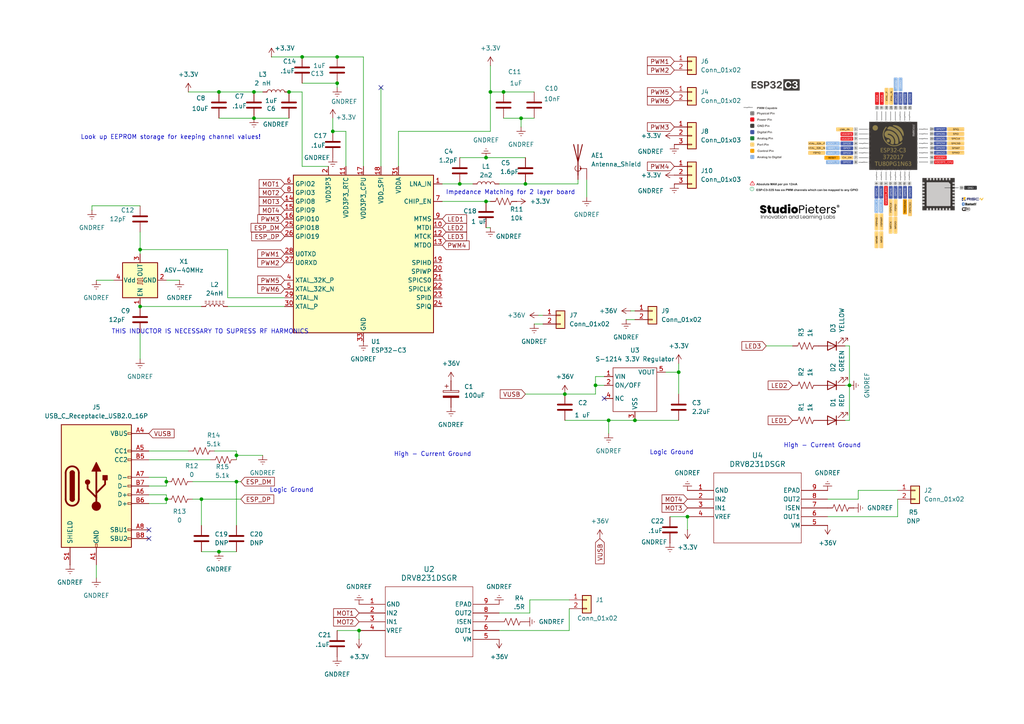
<source format=kicad_sch>
(kicad_sch (version 20250114) (generator "eeschema") (generator_version "9.0")
  (paper "A4")
  (lib_symbols
    (symbol "Connector:USB_C_Receptacle_USB2.0_16P" (pin_names (offset 1.016))
      (property "Reference" "J" (at 0 22.225 0))
      (property "Value" "USB_C_Receptacle_USB2.0_16P" (at 0 19.685 0))
      (symbol "USB_C_Receptacle_USB2.0_16P_1_1"
        (pin passive line (at -7.62 -22.86 90) (length 5.08) (name "SHIELD") (number "S1"))
        (pin passive line (at 0 -22.86 90) (length 5.08) (name "GND") (number "A1"))
        (pin passive line (at 0 -22.86 90) (length 5.08) (hide yes) (name "GND") (number "A12"))
        (pin passive line (at 0 -22.86 90) (length 5.08) (hide yes) (name "GND") (number "B1"))
        (pin passive line (at 0 -22.86 90) (length 5.08) (hide yes) (name "GND") (number "B12"))
        (pin passive line (at 15.24 15.24 180) (length 5.08) (name "VBUS") (number "A4"))
        (pin passive line (at 15.24 15.24 180) (length 5.08) (hide yes) (name "VBUS") (number "A9"))
        (pin passive line (at 15.24 15.24 180) (length 5.08) (hide yes) (name "VBUS") (number "B4"))
        (pin passive line (at 15.24 15.24 180) (length 5.08) (hide yes) (name "VBUS") (number "B9"))
        (pin bidirectional line (at 15.24 10.16 180) (length 5.08) (name "CC1") (number "A5"))
        (pin bidirectional line (at 15.24 7.62 180) (length 5.08) (name "CC2") (number "B5"))
        (pin bidirectional line (at 15.24 2.54 180) (length 5.08) (name "D-") (number "A7"))
        (pin bidirectional line (at 15.24 0 180) (length 5.08) (name "D-") (number "B7"))
        (pin bidirectional line (at 15.24 -2.54 180) (length 5.08) (name "D+") (number "A6"))
        (pin bidirectional line (at 15.24 -5.08 180) (length 5.08) (name "D+") (number "B6"))
        (pin bidirectional line (at 15.24 -12.7 180) (length 5.08) (name "SBU1") (number "A8"))
        (pin bidirectional line (at 15.24 -15.24 180) (length 5.08) (name "SBU2") (number "B8"))
      )
    )
    (symbol "Connector_Generic:Conn_01x02" (pin_names (offset 1.016) (hide yes))
      (property "Reference" "J" (at 0 2.54 0))
      (property "Value" "Conn_01x02" (at 0 -5.08 0))
      (symbol "Conn_01x02_1_1"
        (pin passive line (at -5.08 0 0) (length 3.81) (name "Pin_1") (number "1"))
        (pin passive line (at -5.08 -2.54 0) (length 3.81) (name "Pin_2") (number "2"))
      )
    )
    (symbol "Connector_Generic:Conn_01x03" (pin_names (offset 1.016) (hide yes))
      (property "Reference" "J" (at 0 5.08 0))
      (property "Value" "Conn_01x03" (at 0 -5.08 0))
      (symbol "Conn_01x03_1_1"
        (pin passive line (at -5.08 2.54 0) (length 3.81) (name "Pin_1") (number "1"))
        (pin passive line (at -5.08 0 0) (length 3.81) (name "Pin_2") (number "2"))
        (pin passive line (at -5.08 -2.54 0) (length 3.81) (name "Pin_3") (number "3"))
      )
    )
    (symbol "Device:Antenna_Shield" (pin_numbers (hide yes)) (pin_names (offset 1.016) (hide yes))
      (property "Reference" "AE" (at -1.905 4.445 0))
      (property "Value" "Antenna_Shield" (at -1.905 2.54 0))
      (symbol "Antenna_Shield_1_1"
        (pin input line (at 0 -5.08 90) (length 2.54) (name "A") (number "1"))
        (pin input line (at 2.54 -5.08 90) (length 2.54) (name "Shield") (number "2"))
      )
    )
    (symbol "Device:C" (pin_numbers (hide yes)) (pin_names (offset 0.254))
      (property "Reference" "C" (at 0.635 2.54 0))
      (property "Value" "C" (at 0.635 -2.54 0))
      (symbol "C_1_1"
        (pin passive line (at 0 3.81 270) (length 2.794) (name "~") (number "1"))
        (pin passive line (at 0 -3.81 90) (length 2.794) (name "~") (number "2"))
      )
    )
    (symbol "Device:C_Polarized" (pin_numbers (hide yes)) (pin_names (offset 0.254))
      (property "Reference" "C" (at 0.635 2.54 0))
      (property "Value" "C_Polarized" (at 0.635 -2.54 0))
      (symbol "C_Polarized_1_1"
        (pin passive line (at 0 3.81 270) (length 2.794) (name "~") (number "1"))
        (pin passive line (at 0 -3.81 90) (length 2.794) (name "~") (number "2"))
      )
    )
    (symbol "Device:L" (pin_numbers (hide yes)) (pin_names (offset 1.016) (hide yes))
      (property "Reference" "L" (at -1.27 0 90))
      (property "Value" "L" (at 1.905 0 90))
      (symbol "L_1_1"
        (pin passive line (at 0 3.81 270) (length 1.27) (name "1") (number "1"))
        (pin passive line (at 0 -3.81 90) (length 1.27) (name "2") (number "2"))
      )
    )
    (symbol "Device:LED" (pin_numbers (hide yes)) (pin_names (offset 1.016) (hide yes))
      (property "Reference" "D" (at 0 2.54 0))
      (property "Value" "LED" (at 0 -2.54 0))
      (symbol "LED_1_1"
        (pin passive line (at -3.81 0 0) (length 2.54) (name "K") (number "1"))
        (pin passive line (at 3.81 0 180) (length 2.54) (name "A") (number "2"))
      )
    )
    (symbol "Device:L_Ferrite" (pin_numbers (hide yes)) (pin_names (offset 1.016) (hide yes))
      (property "Reference" "L" (at -1.27 0 90))
      (property "Value" "L_Ferrite" (at 2.794 0 90))
      (symbol "L_Ferrite_1_1"
        (pin passive line (at 0 3.81 270) (length 1.27) (name "1") (number "1"))
        (pin passive line (at 0 -3.81 90) (length 1.27) (name "2") (number "2"))
      )
    )
    (symbol "Device:R_US" (pin_numbers (hide yes)) (pin_names (offset 0))
      (property "Reference" "R" (at 2.54 0 90))
      (property "Value" "R_US" (at -2.54 0 90))
      (symbol "R_US_1_1"
        (pin passive line (at 0 3.81 270) (length 1.27) (name "~") (number "1"))
        (pin passive line (at 0 -3.81 90) (length 1.27) (name "~") (number "2"))
      )
    )
    (symbol "MCU_Espressif:ESP32-C3"
      (property "Reference" "U" (at -17.272 23.876 0))
      (property "Value" "ESP32-C3" (at 16.256 23.876 0))
      (symbol "ESP32-C3_1_1"
        (pin bidirectional line (at -22.86 20.32 0) (length 2.54) (name "GPIO2") (number "6"))
        (pin bidirectional line (at -22.86 17.78 0) (length 2.54) (name "GPIO3") (number "8"))
        (pin bidirectional line (at -22.86 15.24 0) (length 2.54) (name "GPIO8") (number "14"))
        (pin bidirectional line (at -22.86 12.7 0) (length 2.54) (name "GPIO9") (number "15"))
        (pin bidirectional line (at -22.86 10.16 0) (length 2.54) (name "GPIO10") (number "16"))
        (pin bidirectional line (at -22.86 7.62 0) (length 2.54) (name "GPIO18") (number "25"))
        (pin bidirectional line (at -22.86 5.08 0) (length 2.54) (name "GPIO19") (number "26"))
        (pin bidirectional line (at -22.86 0 0) (length 2.54) (name "U0TXD") (number "28"))
        (pin bidirectional line (at -22.86 -2.54 0) (length 2.54) (name "U0RXD") (number "27"))
        (pin bidirectional line (at -22.86 -7.62 0) (length 2.54) (name "XTAL_32K_P") (number "4"))
        (pin bidirectional line (at -22.86 -10.16 0) (length 2.54) (name "XTAL_32K_N") (number "5"))
        (pin bidirectional line (at -22.86 -12.7 0) (length 2.54) (name "XTAL_N") (number "29"))
        (pin bidirectional line (at -22.86 -15.24 0) (length 2.54) (name "XTAL_P") (number "30"))
        (pin power_in line (at -10.16 25.4 270) (length 2.54) (name "VDD3P3") (number "2"))
        (pin passive line (at -10.16 25.4 270) (length 2.54) (hide yes) (name "VDD3P3") (number "3"))
        (pin power_in line (at -5.08 25.4 270) (length 2.54) (name "VDD3P3_RTC") (number "11"))
        (pin power_in line (at 0 25.4 270) (length 2.54) (name "VDD3P3_CPU") (number "17"))
        (pin power_in line (at 0 -25.4 90) (length 2.54) (name "GND") (number "33"))
        (pin power_out line (at 5.08 25.4 270) (length 2.54) (name "VDD_SPI") (number "18"))
        (pin power_in line (at 10.16 25.4 270) (length 2.54) (name "VDDA") (number "31"))
        (pin passive line (at 10.16 25.4 270) (length 2.54) (hide yes) (name "VDDA") (number "32"))
        (pin bidirectional line (at 22.86 20.32 180) (length 2.54) (name "LNA_IN") (number "1"))
        (pin bidirectional line (at 22.86 15.24 180) (length 2.54) (name "CHIP_EN") (number "7"))
        (pin bidirectional line (at 22.86 10.16 180) (length 2.54) (name "MTMS") (number "9"))
        (pin bidirectional line (at 22.86 7.62 180) (length 2.54) (name "MTDI") (number "10"))
        (pin bidirectional line (at 22.86 5.08 180) (length 2.54) (name "MTCK") (number "12"))
        (pin bidirectional line (at 22.86 2.54 180) (length 2.54) (name "MTDO") (number "13"))
        (pin bidirectional line (at 22.86 -2.54 180) (length 2.54) (name "SPIHD") (number "19"))
        (pin bidirectional line (at 22.86 -5.08 180) (length 2.54) (name "SPIWP") (number "20"))
        (pin bidirectional line (at 22.86 -7.62 180) (length 2.54) (name "SPICS0") (number "21"))
        (pin bidirectional line (at 22.86 -10.16 180) (length 2.54) (name "SPICLK") (number "22"))
        (pin bidirectional line (at 22.86 -12.7 180) (length 2.54) (name "SPID") (number "23"))
        (pin bidirectional line (at 22.86 -15.24 180) (length 2.54) (name "SPIQ") (number "24"))
      )
    )
    (symbol "Oscillator:ASV-xxxMHz" (pin_names (offset 0.254))
      (property "Reference" "X" (at -5.08 6.35 0))
      (property "Value" "ASV-xxxMHz" (at 1.27 -6.35 0))
      (symbol "ASV-xxxMHz_1_1"
        (pin input line (at -7.62 0 0) (length 2.54) (name "EN") (number "1"))
        (pin power_in line (at 0 7.62 270) (length 2.54) (name "Vdd") (number "4"))
        (pin power_in line (at 0 -7.62 90) (length 2.54) (name "GND") (number "2"))
        (pin output line (at 7.62 0 180) (length 2.54) (name "OUT") (number "3"))
      )
    )
    (symbol "_Imports:S-1214B33H-V5T2U7"
      (property "Reference" "U" (at 0 0 0))
      (property "Value" "S-1214 3.3V Regulator" (at 0 0 0))
      (symbol "S-1214B33H-V5T2U7_1_1"
        (pin input line (at -8.89 -3.81 0) (length 2.54) (name "VIN") (number "1"))
        (pin input line (at -8.89 -6.35 0) (length 2.54) (name "ON/OFF") (number "2"))
        (pin input line (at -8.89 -10.16 0) (length 2.54) (name "NC") (number "4"))
        (pin input line (at 0 -16.51 90) (length 2.54) (name "VSS") (number "3"))
        (pin input line (at 8.89 -2.54 180) (length 2.54) (name "VOUT") (number "5"))
      )
    )
    (symbol "__TI_Motor_Drivers:DRV8231DSGR" (pin_names (offset 0.254))
      (property "Reference" "U" (at 20.32 10.16 0))
      (property "Value" "DRV8231DSGR" (at 20.32 7.62 0))
      (symbol "DRV8231DSGR_0_1"
        (pin power_out line (at 0 0 0) (length 7.62) (name "GND") (number "1"))
        (pin input line (at 0 -2.54 0) (length 7.62) (name "IN2") (number "2"))
        (pin input line (at 0 -5.08 0) (length 7.62) (name "IN1") (number "3"))
        (pin power_in line (at 0 -7.62 0) (length 7.62) (name "VREF") (number "4"))
        (pin power_out line (at 40.64 0 180) (length 7.62) (name "EPAD") (number "9"))
        (pin output line (at 40.64 -2.54 180) (length 7.62) (name "OUT2") (number "8"))
        (pin power_in line (at 40.64 -5.08 180) (length 7.62) (name "ISEN") (number "7"))
        (pin output line (at 40.64 -7.62 180) (length 7.62) (name "OUT1") (number "6"))
        (pin power_in line (at 40.64 -10.16 180) (length 7.62) (name "VM") (number "5"))
      )
    )
    (symbol "power:+3.3V" (power) (pin_numbers (hide yes)) (pin_names (offset 0) (hide yes))
      (property "Value" "+3.3V" (at 0 3.556 0))
      (symbol "+3.3V_1_1"
        (pin power_in line (at 0 0 90) (length 0) (name "~") (number "1"))
      )
    )
    (symbol "power:+36V" (power) (pin_numbers (hide yes)) (pin_names (offset 0) (hide yes))
      (property "Value" "+36V" (at 0 3.556 0))
      (symbol "+36V_1_1"
        (pin power_in line (at 0 0 90) (length 0) (name "~") (number "1"))
      )
    )
    (symbol "power:GNDREF" (power) (pin_numbers (hide yes)) (pin_names (offset 0) (hide yes))
      (property "Value" "GNDREF" (at 0 -3.81 0))
      (symbol "GNDREF_1_1"
        (pin power_in line (at 0 0 270) (length 0) (name "~") (number "1"))
      )
    )
  )
  (text "THIS INDUCTOR IS NECESSARY TO SUPRESS RF HARMONICS" (at 60.96 96.266 0) (effects (font (size 1.27 1.27))))
  (text "Logic Ground\n" (at 194.818 131.318 0) (effects (font (size 1.27 1.27))))
  (text "Logic Ground\n" (at 84.582 142.24 0) (effects (font (size 1.27 1.27))))
  (text "High - Current Ground" (at 125.476 131.826 0) (effects (font (size 1.27 1.27))))
  (text "Look up EEPROM storage for keeping channel values!" (at 49.53 39.878 0) (effects (font (size 1.27 1.27))))
  (text "High - Current Ground" (at 238.506 129.286 0) (effects (font (size 1.27 1.27))))
  (text "Impedance Matching for 2 layer board" (at 148.082 55.88 0) (effects (font (size 1.27 1.27))))
  (junction (at 40.64 88.9))
  (junction (at 83.82 26.67))
  (junction (at 40.64 72.39))
  (junction (at 196.85 107.95))
  (junction (at 48.26 139.7))
  (junction (at 199.39 149.86))
  (junction (at 104.14 182.88))
  (junction (at 140.97 58.42))
  (junction (at 97.79 16.51))
  (junction (at 63.5 26.67))
  (junction (at 133.35 53.34))
  (junction (at 176.53 121.92))
  (junction (at 152.4 53.34))
  (junction (at 97.79 24.13))
  (junction (at 96.52 38.1))
  (junction (at 142.24 26.67))
  (junction (at 87.63 16.51))
  (junction (at 163.83 114.3))
  (junction (at 73.66 34.29))
  (junction (at 140.97 45.72))
  (junction (at 184.15 121.92))
  (junction (at 68.58 139.7))
  (junction (at 246.38 111.76))
  (junction (at 48.26 144.78))
  (junction (at 151.13 34.29))
  (junction (at 63.5 160.02))
  (junction (at 58.42 144.78))
  (junction (at 172.72 111.76))
  (junction (at 68.58 132.08))
  (junction (at 146.05 26.67))
  (junction (at 73.66 26.67))
  (no_connect (at 43.18 153.67))
  (no_connect (at 43.18 156.21))
  (no_connect (at 175.26 115.57))
  (no_connect (at 110.49 25.4))
  (wire (pts (xy 260.35 149.86) (xy 240.03 149.86)))
  (wire (pts (xy 181.61 92.71) (xy 184.15 92.71)))
  (wire (pts (xy 151.13 34.29) (xy 154.94 34.29)))
  (wire (pts (xy 170.18 57.15) (xy 170.18 52.07)))
  (wire (pts (xy 133.35 53.34) (xy 137.16 53.34)))
  (wire (pts (xy 26.67 59.69) (xy 26.67 60.96)))
  (wire (pts (xy 48.26 139.7) (xy 48.26 140.97)))
  (wire (pts (xy 128.27 53.34) (xy 133.35 53.34)))
  (wire (pts (xy 193.04 107.95) (xy 196.85 107.95)))
  (wire (pts (xy 167.64 53.34) (xy 167.64 52.07)))
  (wire (pts (xy 27.94 81.28) (xy 33.02 81.28)))
  (wire (pts (xy 87.63 16.51) (xy 97.79 16.51)))
  (wire (pts (xy 146.05 26.67) (xy 154.94 26.67)))
  (wire (pts (xy 172.72 111.76) (xy 175.26 111.76)))
  (wire (pts (xy 68.58 139.7) (xy 69.85 139.7)))
  (wire (pts (xy 153.67 177.8) (xy 144.78 177.8)))
  (wire (pts (xy 248.92 144.78) (xy 240.03 144.78)))
  (wire (pts (xy 68.58 132.08) (xy 76.2 132.08)))
  (wire (pts (xy 156.21 91.44) (xy 157.48 91.44)))
  (wire (pts (xy 246.38 121.92) (xy 245.11 121.92)))
  (wire (pts (xy 78.74 16.51) (xy 87.63 16.51)))
  (wire (pts (xy 54.61 130.81) (xy 43.18 130.81)))
  (wire (pts (xy 153.67 173.99) (xy 153.67 177.8)))
  (wire (pts (xy 176.53 121.92) (xy 184.15 121.92)))
  (wire (pts (xy 96.52 38.1) (xy 100.33 38.1)))
  (wire (pts (xy 83.82 26.67) (xy 87.63 26.67)))
  (wire (pts (xy 55.88 139.7) (xy 68.58 139.7)))
  (wire (pts (xy 248.92 142.24) (xy 248.92 144.78)))
  (wire (pts (xy 176.53 125.73) (xy 176.53 121.92)))
  (wire (pts (xy 68.58 139.7) (xy 68.58 152.4)))
  (wire (pts (xy 140.97 58.42) (xy 142.24 58.42)))
  (wire (pts (xy 68.58 130.81) (xy 62.23 130.81)))
  (wire (pts (xy 246.38 121.92) (xy 246.38 111.76)))
  (wire (pts (xy 128.27 58.42) (xy 140.97 58.42)))
  (wire (pts (xy 196.85 107.95) (xy 196.85 114.3)))
  (wire (pts (xy 66.04 72.39) (xy 40.64 72.39)))
  (wire (pts (xy 66.04 86.36) (xy 66.04 72.39)))
  (wire (pts (xy 182.88 90.17) (xy 184.15 90.17)))
  (wire (pts (xy 68.58 132.08) (xy 68.58 130.81)))
  (wire (pts (xy 163.83 114.3) (xy 172.72 114.3)))
  (wire (pts (xy 105.41 48.26) (xy 105.41 16.51)))
  (wire (pts (xy 48.26 143.51) (xy 48.26 144.78)))
  (wire (pts (xy 55.88 144.78) (xy 58.42 144.78)))
  (wire (pts (xy 97.79 16.51) (xy 105.41 16.51)))
  (wire (pts (xy 97.79 182.88) (xy 104.14 182.88)))
  (wire (pts (xy 246.38 111.76) (xy 245.11 111.76)))
  (wire (pts (xy 194.31 149.86) (xy 199.39 149.86)))
  (wire (pts (xy 110.49 25.4) (xy 110.49 48.26)))
  (wire (pts (xy 60.96 133.35) (xy 43.18 133.35)))
  (wire (pts (xy 97.79 24.13) (xy 97.79 25.4)))
  (wire (pts (xy 172.72 109.22) (xy 175.26 109.22)))
  (wire (pts (xy 48.26 146.05) (xy 43.18 146.05)))
  (wire (pts (xy 40.64 104.14) (xy 40.64 96.52)))
  (wire (pts (xy 184.15 121.92) (xy 196.85 121.92)))
  (wire (pts (xy 144.78 53.34) (xy 152.4 53.34)))
  (wire (pts (xy 115.57 38.1) (xy 142.24 38.1)))
  (wire (pts (xy 152.4 53.34) (xy 167.64 53.34)))
  (wire (pts (xy 40.64 88.9) (xy 58.42 88.9)))
  (wire (pts (xy 58.42 160.02) (xy 63.5 160.02)))
  (wire (pts (xy 260.35 144.78) (xy 260.35 149.86)))
  (wire (pts (xy 246.38 111.76) (xy 246.38 100.33)))
  (wire (pts (xy 48.26 138.43) (xy 43.18 138.43)))
  (wire (pts (xy 140.97 45.72) (xy 152.4 45.72)))
  (wire (pts (xy 165.1 176.53) (xy 165.1 182.88)))
  (wire (pts (xy 48.26 144.78) (xy 48.26 146.05)))
  (wire (pts (xy 73.66 34.29) (xy 83.82 34.29)))
  (wire (pts (xy 87.63 24.13) (xy 97.79 24.13)))
  (wire (pts (xy 146.05 34.29) (xy 151.13 34.29)))
  (wire (pts (xy 58.42 144.78) (xy 58.42 152.4)))
  (wire (pts (xy 96.52 34.29) (xy 96.52 38.1)))
  (wire (pts (xy 260.35 142.24) (xy 248.92 142.24)))
  (wire (pts (xy 104.14 185.42) (xy 104.14 182.88)))
  (wire (pts (xy 163.83 121.92) (xy 176.53 121.92)))
  (wire (pts (xy 140.97 66.04) (xy 142.24 66.04)))
  (wire (pts (xy 133.35 45.72) (xy 140.97 45.72)))
  (wire (pts (xy 87.63 48.26) (xy 95.25 48.26)))
  (wire (pts (xy 52.07 81.28) (xy 48.26 81.28)))
  (wire (pts (xy 40.64 59.69) (xy 26.67 59.69)))
  (wire (pts (xy 152.4 114.3) (xy 163.83 114.3)))
  (wire (pts (xy 246.38 100.33) (xy 245.11 100.33)))
  (wire (pts (xy 222.25 100.33) (xy 229.87 100.33)))
  (wire (pts (xy 73.66 26.67) (xy 76.2 26.67)))
  (wire (pts (xy 63.5 34.29) (xy 73.66 34.29)))
  (wire (pts (xy 40.64 67.31) (xy 40.64 72.39)))
  (wire (pts (xy 165.1 182.88) (xy 144.78 182.88)))
  (wire (pts (xy 40.64 72.39) (xy 40.64 73.66)))
  (wire (pts (xy 172.72 114.3) (xy 172.72 111.76)))
  (wire (pts (xy 151.13 34.29) (xy 151.13 36.83)))
  (wire (pts (xy 142.24 26.67) (xy 146.05 26.67)))
  (wire (pts (xy 54.61 26.67) (xy 63.5 26.67)))
  (wire (pts (xy 82.55 86.36) (xy 66.04 86.36)))
  (wire (pts (xy 58.42 144.78) (xy 69.85 144.78)))
  (wire (pts (xy 199.39 153.67) (xy 199.39 149.86)))
  (wire (pts (xy 48.26 140.97) (xy 43.18 140.97)))
  (wire (pts (xy 154.94 93.98) (xy 157.48 93.98)))
  (wire (pts (xy 66.04 88.9) (xy 82.55 88.9)))
  (wire (pts (xy 63.5 26.67) (xy 73.66 26.67)))
  (wire (pts (xy 115.57 38.1) (xy 115.57 48.26)))
  (wire (pts (xy 27.94 167.64) (xy 27.94 163.83)))
  (wire (pts (xy 142.24 26.67) (xy 142.24 38.1)))
  (wire (pts (xy 100.33 48.26) (xy 100.33 38.1)))
  (wire (pts (xy 165.1 173.99) (xy 153.67 173.99)))
  (wire (pts (xy 48.26 138.43) (xy 48.26 139.7)))
  (wire (pts (xy 196.85 105.41) (xy 196.85 107.95)))
  (wire (pts (xy 68.58 133.35) (xy 68.58 132.08)))
  (wire (pts (xy 63.5 160.02) (xy 68.58 160.02)))
  (wire (pts (xy 172.72 111.76) (xy 172.72 109.22)))
  (wire (pts (xy 48.26 143.51) (xy 43.18 143.51)))
  (wire (pts (xy 87.63 26.67) (xy 87.63 48.26)))
  (wire (pts (xy 142.24 19.05) (xy 142.24 26.67)))
  (image (at 250.19 46.99))
  (global_label "MOT2" (shape input) (at 104.14 180.34 180) (property "Intersheetrefs" "${INTERSHEET_REFS}" (effects (hide yes))))
  (global_label "PWM3" (shape input) (at 195.58 36.83 180) (property "Intersheetrefs" "${INTERSHEET_REFS}" (effects (hide yes))))
  (global_label "ESP_DM" (shape input) (at 69.85 139.7 0) (property "Intersheetrefs" "${INTERSHEET_REFS}" (effects (hide yes))))
  (global_label "LED2" (shape input) (at 128.27 66.04 0) (property "Intersheetrefs" "${INTERSHEET_REFS}" (effects (hide yes))))
  (global_label "ESP_DP" (shape input) (at 69.85 144.78 0) (property "Intersheetrefs" "${INTERSHEET_REFS}" (effects (hide yes))))
  (global_label "LED3" (shape input) (at 128.27 68.58 0) (property "Intersheetrefs" "${INTERSHEET_REFS}" (effects (hide yes))))
  (global_label "PWM4" (shape input) (at 195.58 48.26 180) (property "Intersheetrefs" "${INTERSHEET_REFS}" (effects (hide yes))))
  (global_label "MOT4" (shape input) (at 199.39 144.78 180) (property "Intersheetrefs" "${INTERSHEET_REFS}" (effects (hide yes))))
  (global_label "VUSB" (shape input) (at 152.4 114.3 180) (property "Intersheetrefs" "${INTERSHEET_REFS}" (effects (hide yes))))
  (global_label "PWM2" (shape input) (at 195.58 20.32 180) (property "Intersheetrefs" "${INTERSHEET_REFS}" (effects (hide yes))))
  (global_label "PWM3" (shape input) (at 82.55 63.5 180) (property "Intersheetrefs" "${INTERSHEET_REFS}" (effects (hide yes))))
  (global_label "ESP_DP" (shape input) (at 82.55 68.58 180) (property "Intersheetrefs" "${INTERSHEET_REFS}" (effects (hide yes))))
  (global_label "LED1" (shape input) (at 128.27 63.5 0) (property "Intersheetrefs" "${INTERSHEET_REFS}" (effects (hide yes))))
  (global_label "PWM4" (shape input) (at 128.27 71.12 0) (property "Intersheetrefs" "${INTERSHEET_REFS}" (effects (hide yes))))
  (global_label "PWM5" (shape input) (at 82.55 81.28 180) (property "Intersheetrefs" "${INTERSHEET_REFS}" (effects (hide yes))))
  (global_label "ESP_DM" (shape input) (at 82.55 66.04 180) (property "Intersheetrefs" "${INTERSHEET_REFS}" (effects (hide yes))))
  (global_label "PWM1" (shape input) (at 195.58 17.78 180) (property "Intersheetrefs" "${INTERSHEET_REFS}" (effects (hide yes))))
  (global_label "VUSB" (shape input) (at 43.18 125.73 0) (property "Intersheetrefs" "${INTERSHEET_REFS}" (effects (hide yes))))
  (global_label "LED3" (shape input) (at 222.25 100.33 180) (property "Intersheetrefs" "${INTERSHEET_REFS}" (effects (hide yes))))
  (global_label "MOT3" (shape input) (at 199.39 147.32 180) (property "Intersheetrefs" "${INTERSHEET_REFS}" (effects (hide yes))))
  (global_label "LED1" (shape input) (at 229.87 121.92 180) (property "Intersheetrefs" "${INTERSHEET_REFS}" (effects (hide yes))))
  (global_label "MOT3" (shape input) (at 82.55 58.42 180) (property "Intersheetrefs" "${INTERSHEET_REFS}" (effects (hide yes))))
  (global_label "PWM2" (shape input) (at 82.55 76.2 180) (property "Intersheetrefs" "${INTERSHEET_REFS}" (effects (hide yes))))
  (global_label "PWM6" (shape input) (at 82.55 83.82 180) (property "Intersheetrefs" "${INTERSHEET_REFS}" (effects (hide yes))))
  (global_label "MOT4" (shape input) (at 82.55 60.96 180) (property "Intersheetrefs" "${INTERSHEET_REFS}" (effects (hide yes))))
  (global_label "PWM1" (shape input) (at 82.55 73.66 180) (property "Intersheetrefs" "${INTERSHEET_REFS}" (effects (hide yes))))
  (global_label "PWM6" (shape input) (at 195.58 29.21 180) (property "Intersheetrefs" "${INTERSHEET_REFS}" (effects (hide yes))))
  (global_label "MOT2" (shape input) (at 82.55 55.88 180) (property "Intersheetrefs" "${INTERSHEET_REFS}" (effects (hide yes))))
  (global_label "MOT1" (shape input) (at 82.55 53.34 180) (property "Intersheetrefs" "${INTERSHEET_REFS}" (effects (hide yes))))
  (global_label "MOT1" (shape input) (at 104.14 177.8 180) (property "Intersheetrefs" "${INTERSHEET_REFS}" (effects (hide yes))))
  (global_label "VUSB" (shape input) (at 173.99 156.21 270) (property "Intersheetrefs" "${INTERSHEET_REFS}" (effects (hide yes))))
  (global_label "LED2" (shape input) (at 229.87 111.76 180) (property "Intersheetrefs" "${INTERSHEET_REFS}" (effects (hide yes))))
  (global_label "PWM5" (shape input) (at 195.58 26.67 180) (property "Intersheetrefs" "${INTERSHEET_REFS}" (effects (hide yes))))
  (symbol (lib_id "Device:C") (at 63.5 30.48 0) (unit 1)
    (property "Reference" "C8" (at 56.896 28.448 0) (effects (justify left)))
    (property "Value" "10uF" (at 55.626 31.496 0) (effects (justify left)))
    (property "Footprint" "Capacitor_SMD:C_0402_1005Metric_Pad0.74x0.62mm_HandSolder" (effects (hide yes)))
    (property "Description" "Unpolarized capacitor" (effects (hide yes)))
  )
  (symbol (lib_id "Device:R_US") (at 146.05 58.42 90) (unit 1)
    (property "Reference" "R11" (at 149.86 60.706 90))
    (property "Value" "10k" (at 149.86 63.246 90))
    (property "Footprint" "Resistor_SMD:R_0402_1005Metric_Pad0.72x0.64mm_HandSolder" (effects (hide yes)))
    (property "Description" "Resistor, US symbol" (effects (hide yes)))
  )
  (symbol (lib_id "Device:C_Polarized") (at 130.81 114.3 0) (unit 1)
    (property "Reference" "C1" (at 134.62 112.1409 0) (effects (justify left)))
    (property "Value" "100uF" (at 134.62 114.6809 0) (effects (justify left)))
    (property "Footprint" "Capacitor_SMD:C_Elec_8x10.2" (effects (hide yes)))
    (property "Description" "Polarized capacitor" (effects (hide yes)))
  )
  (symbol (lib_id "power:GNDREF") (at 104.14 175.26 180) (unit 1)
    (property "Reference" "#PWR08" (effects (hide yes)))
    (property "Value" "GNDREF" (at 104.14 170.18 0))
    (property "Description" "Power symbol creates a global label with name \"GNDREF\" , reference supply ground" (effects (hide yes)))
  )
  (symbol (lib_id "Device:C") (at 154.94 30.48 0) (unit 1)
    (property "Reference" "C10" (at 157.988 25.654 0) (effects (justify left)))
    (property "Value" "10nF" (at 157.734 28.702 0) (effects (justify left)))
    (property "Footprint" "Capacitor_SMD:C_0402_1005Metric_Pad0.74x0.62mm_HandSolder" (effects (hide yes)))
    (property "Description" "Unpolarized capacitor" (effects (hide yes)))
  )
  (symbol (lib_id "power:GNDREF") (at 76.2 132.08 0) (unit 1)
    (property "Reference" "#PWR043" (effects (hide yes)))
    (property "Value" "GNDREF" (at 76.2 137.16 0))
    (property "Description" "Power symbol creates a global label with name \"GNDREF\" , reference supply ground" (effects (hide yes)))
  )
  (symbol (lib_id "power:GNDREF") (at 27.94 167.64 0) (unit 1)
    (property "Reference" "#PWR041" (effects (hide yes)))
    (property "Value" "GNDREF" (at 27.94 172.72 0))
    (property "Description" "Power symbol creates a global label with name \"GNDREF\" , reference supply ground" (effects (hide yes)))
  )
  (symbol (lib_id "Device:C") (at 152.4 49.53 0) (unit 1)
    (property "Reference" "C5" (at 145.288 47.244 0) (effects (justify left)))
    (property "Value" "1.6pF" (at 145.034 49.784 0) (effects (justify left)))
    (property "Footprint" "Capacitor_SMD:C_0402_1005Metric_Pad0.74x0.62mm_HandSolder" (effects (hide yes)))
    (property "Description" "Unpolarized capacitor" (effects (hide yes)))
  )
  (symbol (lib_id "Device:R_US") (at 64.77 133.35 90) (unit 1)
    (property "Reference" "R15" (at 64.516 135.382 90))
    (property "Value" "5.1k" (at 64.516 137.922 90))
    (property "Footprint" "Resistor_SMD:R_0402_1005Metric_Pad0.72x0.64mm_HandSolder" (effects (hide yes)))
    (property "Description" "Resistor, US symbol" (effects (hide yes)))
  )
  (symbol (lib_id "Device:R_US") (at 52.07 144.78 270) (unit 1)
    (property "Reference" "R13" (at 52.07 148.336 90))
    (property "Value" "0" (at 52.07 150.876 90))
    (property "Footprint" "Resistor_SMD:R_0402_1005Metric_Pad0.72x0.64mm_HandSolder" (effects (hide yes)))
    (property "Description" "Resistor, US symbol" (effects (hide yes)))
  )
  (symbol (lib_id "Device:C") (at 194.31 153.67 0) (unit 1)
    (property "Reference" "C22" (at 188.722 151.13 0) (effects (justify left)))
    (property "Value" ".1uF" (at 187.96 153.924 0) (effects (justify left)))
    (property "Footprint" "Capacitor_SMD:C_0402_1005Metric_Pad0.74x0.62mm_HandSolder" (effects (hide yes)))
    (property "Description" "Unpolarized capacitor" (effects (hide yes)))
  )
  (symbol (lib_id "Device:C") (at 73.66 30.48 0) (unit 1)
    (property "Reference" "C7" (at 68.072 27.94 0) (effects (justify left)))
    (property "Value" ".1uF" (at 67.31 30.734 0) (effects (justify left)))
    (property "Footprint" "Capacitor_SMD:C_0402_1005Metric_Pad0.74x0.62mm_HandSolder" (effects (hide yes)))
    (property "Description" "Unpolarized capacitor" (effects (hide yes)))
  )
  (symbol (lib_id "power:GNDREF") (at 152.4 180.34 90) (unit 1)
    (property "Reference" "#PWR09" (effects (hide yes)))
    (property "Value" "GNDREF" (at 156.21 180.3399 90) (effects (justify right)))
    (property "Description" "Power symbol creates a global label with name \"GNDREF\" , reference supply ground" (effects (hide yes)))
  )
  (symbol (lib_id "Connector_Generic:Conn_01x02") (at 200.66 17.78 0) (unit 1)
    (property "Reference" "J6" (at 203.2 17.7799 0) (effects (justify left)))
    (property "Value" "Conn_01x02" (at 203.2 20.3199 0) (effects (justify left)))
    (property "Footprint" "Connector_PinHeader_2.54mm:PinHeader_1x02_P2.54mm_Vertical" (effects (hide yes)))
    (property "Description" "Generic connector, single row, 01x02, script generated (kicad-library-utils/schlib/autogen/connector/)" (effects (hide yes)))
  )
  (symbol (lib_id "power:GNDREF") (at 195.58 53.34 0) (unit 1)
    (property "Reference" "#PWR049" (effects (hide yes)))
    (property "Value" "GNDREF" (at 188.722 55.372 0))
    (property "Description" "Power symbol creates a global label with name \"GNDREF\" , reference supply ground" (effects (hide yes)))
  )
  (symbol (lib_id "power:+36V") (at 240.03 152.4 180) (unit 1)
    (property "Reference" "#PWR015" (effects (hide yes)))
    (property "Value" "+36V" (at 240.03 157.48 0))
    (property "Description" "Power symbol creates a global label with name \"+36V\"" (effects (hide yes)))
  )
  (symbol (lib_id "Device:C") (at 68.58 156.21 0) (unit 1)
    (property "Reference" "C20" (at 72.39 154.9399 0) (effects (justify left)))
    (property "Value" "DNP" (at 72.39 157.4799 0) (effects (justify left)))
    (property "Footprint" "Capacitor_SMD:C_0402_1005Metric_Pad0.74x0.62mm_HandSolder" (effects (hide yes)))
    (property "Description" "Unpolarized capacitor" (effects (hide yes)))
  )
  (symbol (lib_id "power:+3.3V") (at 199.39 153.67 180) (unit 1)
    (property "Reference" "#PWR013" (effects (hide yes)))
    (property "Value" "+3.3V" (at 199.39 158.75 0))
    (property "Description" "Power symbol creates a global label with name \"+3.3V\"" (effects (hide yes)))
  )
  (symbol (lib_id "MCU_Espressif:ESP32-C3") (at 105.41 73.66 0) (unit 1)
    (property "Reference" "U1" (at 107.6041 99.06 0) (effects (justify left)))
    (property "Value" "ESP32-C3" (at 107.6041 101.6 0) (effects (justify left)))
    (property "Footprint" "Package_DFN_QFN:QFN-32-1EP_5x5mm_P0.5mm_EP3.7x3.7mm" (effects (hide yes)))
    (property "Datasheet" "https://www.espressif.com/sites/default/files/documentation/esp32-c3_datasheet_en.pdf" (effects (hide yes)))
    (property "Description" "RF Module, ESP32 SoC, RISC-V, WiFi 802.11b/n/g, Bluetooth LE 5, QFN32" (effects (hide yes)))
  )
  (symbol (lib_id "power:GNDREF") (at 26.67 60.96 0) (unit 1)
    (property "Reference" "#PWR027" (effects (hide yes)))
    (property "Value" "GNDREF" (at 26.67 66.04 0))
    (property "Description" "Power symbol creates a global label with name \"GNDREF\" , reference supply ground" (effects (hide yes)))
  )
  (symbol (lib_id "power:GNDREF") (at 142.24 66.04 0) (unit 1)
    (property "Reference" "#PWR039" (effects (hide yes)))
    (property "Value" "GNDREF" (at 147.574 68.58 0))
    (property "Description" "Power symbol creates a global label with name \"GNDREF\" , reference supply ground" (effects (hide yes)))
  )
  (symbol (lib_id "Connector_Generic:Conn_01x03") (at 200.66 39.37 0) (unit 1)
    (property "Reference" "J8" (at 203.2 38.0999 0) (effects (justify left)))
    (property "Value" "Conn_01x03" (at 203.2 40.6399 0) (effects (justify left)))
    (property "Footprint" "Connector_PinHeader_2.54mm:PinHeader_1x03_P2.54mm_Vertical" (effects (hide yes)))
    (property "Description" "Generic connector, single row, 01x03, script generated (kicad-library-utils/schlib/autogen/connector/)" (effects (hide yes)))
  )
  (symbol (lib_id "power:+3.3V") (at 195.58 39.37 90) (unit 1)
    (property "Reference" "#PWR046" (effects (hide yes)))
    (property "Value" "+3.3V" (at 191.77 39.3699 90) (effects (justify left)))
    (property "Description" "Power symbol creates a global label with name \"+3.3V\"" (effects (hide yes)))
  )
  (symbol (lib_id "power:GNDREF") (at 73.66 34.29 0) (unit 1)
    (property "Reference" "#PWR033" (effects (hide yes)))
    (property "Value" "GNDREF" (at 80.01 36.068 0))
    (property "Description" "Power symbol creates a global label with name \"GNDREF\" , reference supply ground" (effects (hide yes)))
  )
  (symbol (lib_id "power:GNDREF") (at 247.65 147.32 90) (unit 1)
    (property "Reference" "#PWR019" (effects (hide yes)))
    (property "Value" "GNDREF" (at 251.46 147.3199 90) (effects (justify right)))
    (property "Description" "Power symbol creates a global label with name \"GNDREF\" , reference supply ground" (effects (hide yes)))
  )
  (symbol (lib_id "Device:C") (at 97.79 186.69 0) (unit 1)
    (property "Reference" "C21" (at 92.202 184.15 0) (effects (justify left)))
    (property "Value" ".1uF" (at 91.44 186.944 0) (effects (justify left)))
    (property "Footprint" "Capacitor_SMD:C_0402_1005Metric_Pad0.74x0.62mm_HandSolder" (effects (hide yes)))
    (property "Description" "Unpolarized capacitor" (effects (hide yes)))
  )
  (symbol (lib_id "power:+36V") (at 130.81 110.49 0) (unit 1)
    (property "Reference" "#PWR06" (effects (hide yes)))
    (property "Value" "+36V" (at 130.81 105.41 0))
    (property "Description" "Power symbol creates a global label with name \"+36V\"" (effects (hide yes)))
  )
  (symbol (lib_id "power:GNDREF") (at 27.94 81.28 0) (unit 1)
    (property "Reference" "#PWR025" (effects (hide yes)))
    (property "Value" "GNDREF" (at 27.94 86.36 0))
    (property "Description" "Power symbol creates a global label with name \"GNDREF\" , reference supply ground" (effects (hide yes)))
  )
  (symbol (lib_id "power:+36V") (at 144.78 185.42 180) (unit 1)
    (property "Reference" "#PWR010" (effects (hide yes)))
    (property "Value" "+36V" (at 144.78 190.5 0))
    (property "Description" "Power symbol creates a global label with name \"+36V\"" (effects (hide yes)))
  )
  (symbol (lib_id "Device:R_US") (at 233.68 121.92 90) (unit 1)
    (property "Reference" "R1" (at 232.4099 119.38 0) (effects (justify left)))
    (property "Value" "1k" (at 234.9499 119.38 0) (effects (justify left)))
    (property "Footprint" "Resistor_SMD:R_0402_1005Metric_Pad0.72x0.64mm_HandSolder" (effects (hide yes)))
    (property "Description" "Resistor, US symbol" (effects (hide yes)))
  )
  (symbol (lib_id "Device:L_Ferrite") (at 62.23 88.9 90) (unit 1)
    (property "Reference" "L2" (at 62.23 82.55 90))
    (property "Value" "24nH" (at 62.23 85.09 90))
    (property "Footprint" "Inductor_SMD:L_0603_1608Metric_Pad1.05x0.95mm_HandSolder" (effects (hide yes)))
    (property "Description" "Inductor with ferrite core" (effects (hide yes)))
  )
  (symbol (lib_id "power:+3.3V") (at 78.74 16.51 0) (unit 1)
    (property "Reference" "#PWR028" (effects (hide yes)))
    (property "Value" "+3.3V" (at 82.55 13.97 0))
    (property "Description" "Power symbol creates a global label with name \"+3.3V\"" (effects (hide yes)))
  )
  (symbol (lib_id "power:+3.3V") (at 96.52 34.29 0) (unit 1)
    (property "Reference" "#PWR035" (effects (hide yes)))
    (property "Value" "+3.3V" (at 100.33 34.036 0))
    (property "Description" "Power symbol creates a global label with name \"+3.3V\"" (effects (hide yes)))
  )
  (symbol (lib_id "Device:C") (at 40.64 92.71 0) (unit 1)
    (property "Reference" "C9" (at 35.052 90.17 0) (effects (justify left)))
    (property "Value" "12pF" (at 31.496 92.71 0) (effects (justify left)))
    (property "Footprint" "Capacitor_SMD:C_0402_1005Metric_Pad0.74x0.62mm_HandSolder" (effects (hide yes)))
    (property "Description" "Unpolarized capacitor" (effects (hide yes)))
  )
  (symbol (lib_id "Device:C") (at 96.52 41.91 0) (unit 1)
    (property "Reference" "C17" (at 90.932 39.37 0) (effects (justify left)))
    (property "Value" ".1uF" (at 90.17 42.164 0) (effects (justify left)))
    (property "Footprint" "Capacitor_SMD:C_0402_1005Metric_Pad0.74x0.62mm_HandSolder" (effects (hide yes)))
    (property "Description" "Unpolarized capacitor" (effects (hide yes)))
  )
  (symbol (lib_id "power:GNDREF") (at 63.5 160.02 0) (unit 1)
    (property "Reference" "#PWR042" (effects (hide yes)))
    (property "Value" "GNDREF" (at 63.5 165.1 0))
    (property "Description" "Power symbol creates a global label with name \"GNDREF\" , reference supply ground" (effects (hide yes)))
  )
  (symbol (lib_id "power:GNDREF") (at 20.32 163.83 0) (unit 1)
    (property "Reference" "#PWR040" (effects (hide yes)))
    (property "Value" "GNDREF" (at 20.32 168.91 0))
    (property "Description" "Power symbol creates a global label with name \"GNDREF\" , reference supply ground" (effects (hide yes)))
  )
  (symbol (lib_id "power:GNDREF") (at 144.78 175.26 180) (unit 1)
    (property "Reference" "#PWR018" (effects (hide yes)))
    (property "Value" "GNDREF" (at 144.78 170.18 0))
    (property "Description" "Power symbol creates a global label with name \"GNDREF\" , reference supply ground" (effects (hide yes)))
  )
  (symbol (lib_id "power:GNDREF") (at 170.18 57.15 0) (unit 1)
    (property "Reference" "#PWR02" (effects (hide yes)))
    (property "Value" "GNDREF" (at 170.18 62.23 0))
    (property "Description" "Power symbol creates a global label with name \"GNDREF\" , reference supply ground" (effects (hide yes)))
  )
  (symbol (lib_id "Device:R_US") (at 243.84 147.32 90) (unit 1)
    (property "Reference" "R5" (at 264.922 148.59 90))
    (property "Value" "DNP" (at 264.922 151.13 90))
    (property "Footprint" "Inductor_SMD:L_1206_3216Metric_Pad1.22x1.90mm_HandSolder" (effects (hide yes)))
    (property "Description" "Resistor, US symbol" (effects (hide yes)))
  )
  (symbol (lib_id "Connector:USB_C_Receptacle_USB2.0_16P") (at 27.94 140.97 0) (unit 1)
    (property "Reference" "J5" (at 27.94 118.11 0))
    (property "Value" "USB_C_Receptacle_USB2.0_16P" (at 27.94 120.65 0))
    (property "Footprint" "Connector_USB:USB_C_Receptacle_GCT_USB4085" (effects (hide yes)))
    (property "Datasheet" "https://www.usb.org/sites/default/files/documents/usb_type-c.zip" (effects (hide yes)))
    (property "Description" "USB 2.0-only 16P Type-C Receptacle connector" (effects (hide yes)))
  )
  (symbol (lib_id "power:+3.3V") (at 54.61 26.67 0) (unit 1)
    (property "Reference" "#PWR021" (effects (hide yes)))
    (property "Value" "+3.3V" (at 54.61 21.59 0))
    (property "Description" "Power symbol creates a global label with name \"+3.3V\"" (effects (hide yes)))
  )
  (symbol (lib_id "Device:LED") (at 241.3 121.92 180) (unit 1)
    (property "Reference" "D1" (at 241.6174 118.11 90) (effects (justify right)))
    (property "Value" "RED" (at 244.1574 118.11 90) (effects (justify right)))
    (property "Footprint" "LED_SMD:LED_1206_3216Metric_Pad1.42x1.75mm_HandSolder" (effects (hide yes)))
    (property "Description" "Light emitting diode" (effects (hide yes)))
  )
  (symbol (lib_id "power:+36V") (at 182.88 90.17 90) (unit 1)
    (property "Reference" "#PWR037" (effects (hide yes)))
    (property "Value" "+36V" (at 179.07 90.1699 90) (effects (justify left)))
    (property "Description" "Power symbol creates a global label with name \"+36V\"" (effects (hide yes)))
  )
  (symbol (lib_id "power:GNDREF") (at 240.03 142.24 180) (unit 1)
    (property "Reference" "#PWR014" (effects (hide yes)))
    (property "Value" "GNDREF" (at 240.03 137.16 0))
    (property "Description" "Power symbol creates a global label with name \"GNDREF\" , reference supply ground" (effects (hide yes)))
  )
  (symbol (lib_id "Connector_Generic:Conn_01x02") (at 162.56 91.44 0) (unit 1)
    (property "Reference" "J7" (at 165.1 91.4399 0) (effects (justify left)))
    (property "Value" "Conn_01x02" (at 165.1 93.9799 0) (effects (justify left)))
    (property "Footprint" "Connector_PinHeader_2.54mm:PinHeader_1x02_P2.54mm_Vertical" (effects (hide yes)))
    (property "Description" "Generic connector, single row, 01x02, script generated (kicad-library-utils/schlib/autogen/connector/)" (effects (hide yes)))
  )
  (symbol (lib_id "power:GNDREF") (at 140.97 45.72 180) (unit 1)
    (property "Reference" "#PWR030" (effects (hide yes)))
    (property "Value" "GNDREF" (at 140.97 40.64 0))
    (property "Description" "Power symbol creates a global label with name \"GNDREF\" , reference supply ground" (effects (hide yes)))
  )
  (symbol (lib_id "power:+3.3V") (at 195.58 50.8 90) (unit 1)
    (property "Reference" "#PWR048" (effects (hide yes)))
    (property "Value" "+3.3V" (at 191.77 50.7999 90) (effects (justify left)))
    (property "Description" "Power symbol creates a global label with name \"+3.3V\"" (effects (hide yes)))
  )
  (symbol (lib_id "Device:LED") (at 241.3 111.76 180) (unit 1)
    (property "Reference" "D2" (at 241.6174 107.95 90) (effects (justify right)))
    (property "Value" "GREEN" (at 244.1574 107.95 90) (effects (justify right)))
    (property "Footprint" "LED_SMD:LED_1206_3216Metric_Pad1.42x1.75mm_HandSolder" (effects (hide yes)))
    (property "Description" "Light emitting diode" (effects (hide yes)))
  )
  (symbol (lib_id "power:GNDREF") (at 105.41 99.06 0) (unit 1)
    (property "Reference" "#PWR03" (effects (hide yes)))
    (property "Value" "GNDREF" (at 105.41 104.14 0))
    (property "Description" "Power symbol creates a global label with name \"GNDREF\" , reference supply ground" (effects (hide yes)))
  )
  (symbol (lib_id "power:GNDREF") (at 246.38 111.76 90) (unit 1)
    (property "Reference" "#PWR01" (effects (hide yes)))
    (property "Value" "GNDREF" (at 251.46 111.76 0))
    (property "Description" "Power symbol creates a global label with name \"GNDREF\" , reference supply ground" (effects (hide yes)))
  )
  (symbol (lib_id "Device:C") (at 87.63 20.32 0) (unit 1)
    (property "Reference" "C14" (at 82.042 17.78 0) (effects (justify left)))
    (property "Value" ".1uF" (at 81.28 20.574 0) (effects (justify left)))
    (property "Footprint" "Capacitor_SMD:C_0402_1005Metric_Pad0.74x0.62mm_HandSolder" (effects (hide yes)))
    (property "Description" "Unpolarized capacitor" (effects (hide yes)))
  )
  (symbol (lib_id "power:+36V") (at 173.99 156.21 0) (unit 1)
    (property "Reference" "#PWR045" (effects (hide yes)))
    (property "Value" "+36V" (at 173.99 151.13 0))
    (property "Description" "Power symbol creates a global label with name \"+36V\"" (effects (hide yes)))
  )
  (symbol (lib_id "Device:C") (at 140.97 62.23 0) (unit 1)
    (property "Reference" "C18" (at 134.366 61.214 0) (effects (justify left)))
    (property "Value" "1 uF" (at 136.652 64.262 0) (effects (justify left)))
    (property "Footprint" "Capacitor_SMD:C_0402_1005Metric_Pad0.74x0.62mm_HandSolder" (effects (hide yes)))
    (property "Description" "Unpolarized capacitor" (effects (hide yes)))
  )
  (symbol (lib_id "power:GNDREF") (at 97.79 190.5 0) (unit 1)
    (property "Reference" "#PWR032" (effects (hide yes)))
    (property "Value" "GNDREF" (at 97.79 195.58 0))
    (property "Description" "Power symbol creates a global label with name \"GNDREF\" , reference supply ground" (effects (hide yes)))
  )
  (symbol (lib_id "power:+36V") (at 163.83 114.3 0) (unit 1)
    (property "Reference" "#PWR016" (effects (hide yes)))
    (property "Value" "+36V" (at 163.83 109.22 0))
    (property "Description" "Power symbol creates a global label with name \"+36V\"" (effects (hide yes)))
  )
  (symbol (lib_id "Connector_Generic:Conn_01x02") (at 200.66 26.67 0) (unit 1)
    (property "Reference" "J4" (at 203.2 26.6699 0) (effects (justify left)))
    (property "Value" "Conn_01x02" (at 203.2 29.2099 0) (effects (justify left)))
    (property "Footprint" "Connector_PinHeader_2.54mm:PinHeader_1x02_P2.54mm_Vertical" (effects (hide yes)))
    (property "Description" "Generic connector, single row, 01x02, script generated (kicad-library-utils/schlib/autogen/connector/)" (effects (hide yes)))
  )
  (symbol (lib_id "_Imports:S-1214B33H-V5T2U7") (at 184.15 105.41 0) (unit 1)
    (property "Reference" "U3" (at 184.15 101.6 0))
    (property "Value" "S-1214 3.3V Regulator" (at 184.15 104.14 0))
    (property "Footprint" "Package_TO_SOT_SMD:TO-252-5_TabPin3" (effects (hide yes)))
  )
  (symbol (lib_id "Connector_Generic:Conn_01x02") (at 170.18 173.99 0) (unit 1)
    (property "Reference" "J1" (at 172.72 173.9899 0) (effects (justify left)))
    (property "Value" "Conn_01x02" (at 167.386 179.324 0) (effects (justify left)))
    (property "Footprint" "Connector_PinHeader_2.54mm:PinHeader_1x02_P2.54mm_Vertical" (effects (hide yes)))
    (property "Description" "Generic connector, single row, 01x02, script generated (kicad-library-utils/schlib/autogen/connector/)" (effects (hide yes)))
  )
  (symbol (lib_id "Device:C") (at 163.83 118.11 0) (unit 1)
    (property "Reference" "C2" (at 167.64 116.8399 0) (effects (justify left)))
    (property "Value" "1 uF" (at 166.624 120.396 0) (effects (justify left)))
    (property "Footprint" "Capacitor_SMD:C_0402_1005Metric_Pad0.74x0.62mm_HandSolder" (effects (hide yes)))
    (property "Description" "Unpolarized capacitor" (effects (hide yes)))
  )
  (symbol (lib_id "power:GNDREF") (at 151.13 36.83 0) (unit 1)
    (property "Reference" "#PWR023" (effects (hide yes)))
    (property "Value" "GNDREF" (at 151.13 41.91 0))
    (property "Description" "Power symbol creates a global label with name \"GNDREF\" , reference supply ground" (effects (hide yes)))
  )
  (symbol (lib_id "Connector_Generic:Conn_01x03") (at 200.66 50.8 0) (unit 1)
    (property "Reference" "J10" (at 203.2 49.5299 0) (effects (justify left)))
    (property "Value" "Conn_01x03" (at 203.2 52.0699 0) (effects (justify left)))
    (property "Footprint" "Connector_PinHeader_2.54mm:PinHeader_1x03_P2.54mm_Vertical" (effects (hide yes)))
    (property "Description" "Generic connector, single row, 01x03, script generated (kicad-library-utils/schlib/autogen/connector/)" (effects (hide yes)))
  )
  (symbol (lib_id "power:+3.3V") (at 149.86 58.42 270) (unit 1)
    (property "Reference" "#PWR038" (effects (hide yes)))
    (property "Value" "+3.3V" (at 153.67 58.4199 90) (effects (justify left)))
    (property "Description" "Power symbol creates a global label with name \"+3.3V\"" (effects (hide yes)))
  )
  (symbol (lib_id "Device:C") (at 133.35 49.53 0) (unit 1)
    (property "Reference" "C4" (at 128.778 43.942 0) (effects (justify left)))
    (property "Value" "1.2pF" (at 127.254 46.482 0) (effects (justify left)))
    (property "Footprint" "Capacitor_SMD:C_0402_1005Metric_Pad0.74x0.62mm_HandSolder" (effects (hide yes)))
    (property "Description" "Unpolarized capacitor" (effects (hide yes)))
  )
  (symbol (lib_id "power:GNDREF") (at 97.79 25.4 0) (unit 1)
    (property "Reference" "#PWR029" (effects (hide yes)))
    (property "Value" "GNDREF" (at 99.822 29.464 0))
    (property "Description" "Power symbol creates a global label with name \"GNDREF\" , reference supply ground" (effects (hide yes)))
  )
  (symbol (lib_id "Device:C") (at 58.42 156.21 0) (unit 1)
    (property "Reference" "C19" (at 62.23 154.9399 0) (effects (justify left)))
    (property "Value" "DNP" (at 62.23 157.4799 0) (effects (justify left)))
    (property "Footprint" "Capacitor_SMD:C_0402_1005Metric_Pad0.74x0.62mm_HandSolder" (effects (hide yes)))
    (property "Description" "Unpolarized capacitor" (effects (hide yes)))
  )
  (symbol (lib_id "power:GNDREF") (at 96.52 45.72 0) (unit 1)
    (property "Reference" "#PWR034" (effects (hide yes)))
    (property "Value" "GNDREF" (at 91.948 45.72 0))
    (property "Description" "Power symbol creates a global label with name \"GNDREF\" , reference supply ground" (effects (hide yes)))
  )
  (symbol (lib_id "Connector_Generic:Conn_01x02") (at 265.43 142.24 0) (unit 1)
    (property "Reference" "J2" (at 267.97 142.2399 0) (effects (justify left)))
    (property "Value" "Conn_01x02" (at 267.97 144.7799 0) (effects (justify left)))
    (property "Footprint" "Connector_PinHeader_2.54mm:PinHeader_1x02_P2.54mm_Vertical" (effects (hide yes)))
    (property "Description" "Generic connector, single row, 01x02, script generated (kicad-library-utils/schlib/autogen/connector/)" (effects (hide yes)))
  )
  (symbol (lib_id "Device:R_US") (at 233.68 100.33 90) (unit 1)
    (property "Reference" "R3" (at 232.4099 97.79 0) (effects (justify left)))
    (property "Value" "1k" (at 234.9499 97.79 0) (effects (justify left)))
    (property "Footprint" "Resistor_SMD:R_0402_1005Metric_Pad0.72x0.64mm_HandSolder" (effects (hide yes)))
    (property "Description" "Resistor, US symbol" (effects (hide yes)))
  )
  (symbol (lib_id "Device:C") (at 83.82 30.48 180) (unit 1)
    (property "Reference" "C6" (at 80.01 31.496 0) (effects (justify left)))
    (property "Value" "1uF" (at 80.518 29.21 0) (effects (justify left)))
    (property "Footprint" "Capacitor_SMD:C_0402_1005Metric_Pad0.74x0.62mm_HandSolder" (effects (hide yes)))
    (property "Description" "Unpolarized capacitor" (effects (hide yes)))
  )
  (symbol (lib_id "power:+3.3V") (at 142.24 19.05 0) (unit 1)
    (property "Reference" "#PWR022" (effects (hide yes)))
    (property "Value" "+3.3V" (at 142.24 13.97 0))
    (property "Description" "Power symbol creates a global label with name \"+3.3V\"" (effects (hide yes)))
  )
  (symbol (lib_id "Device:LED") (at 241.3 100.33 180) (unit 1)
    (property "Reference" "D3" (at 241.6174 96.52 90) (effects (justify right)))
    (property "Value" "YELLOW" (at 244.1574 96.52 90) (effects (justify right)))
    (property "Footprint" "LED_SMD:LED_1206_3216Metric_Pad1.42x1.75mm_HandSolder" (effects (hide yes)))
    (property "Description" "Light emitting diode" (effects (hide yes)))
  )
  (symbol (lib_id "power:+36V") (at 156.21 91.44 90) (unit 1)
    (property "Reference" "#PWR04" (effects (hide yes)))
    (property "Value" "+36V" (at 152.4 91.4399 90) (effects (justify left)))
    (property "Description" "Power symbol creates a global label with name \"+36V\"" (effects (hide yes)))
  )
  (symbol (lib_id "Device:R_US") (at 52.07 139.7 90) (unit 1)
    (property "Reference" "R12" (at 55.626 135.128 90))
    (property "Value" "0" (at 55.626 137.668 90))
    (property "Footprint" "Resistor_SMD:R_0402_1005Metric_Pad0.72x0.64mm_HandSolder" (effects (hide yes)))
    (property "Description" "Resistor, US symbol" (effects (hide yes)))
  )
  (symbol (lib_id "Device:C") (at 40.64 63.5 0) (unit 1)
    (property "Reference" "C12" (at 35.052 60.96 0) (effects (justify left)))
    (property "Value" "12pF" (at 31.75 63.5 0) (effects (justify left)))
    (property "Footprint" "Capacitor_SMD:C_0402_1005Metric_Pad0.74x0.62mm_HandSolder" (effects (hide yes)))
    (property "Description" "Unpolarized capacitor" (effects (hide yes)))
  )
  (symbol (lib_id "power:GNDREF") (at 154.94 93.98 0) (unit 1)
    (property "Reference" "#PWR05" (effects (hide yes)))
    (property "Value" "GNDREF" (at 154.94 99.06 0))
    (property "Description" "Power symbol creates a global label with name \"GNDREF\" , reference supply ground" (effects (hide yes)))
  )
  (symbol (lib_id "power:GNDREF") (at 194.31 157.48 0) (unit 1)
    (property "Reference" "#PWR044" (effects (hide yes)))
    (property "Value" "GNDREF" (at 189.738 157.226 0))
    (property "Description" "Power symbol creates a global label with name \"GNDREF\" , reference supply ground" (effects (hide yes)))
  )
  (symbol (lib_id "Device:R_US") (at 233.68 111.76 90) (unit 1)
    (property "Reference" "R2" (at 232.4099 109.22 0) (effects (justify left)))
    (property "Value" "1k" (at 234.9499 109.22 0) (effects (justify left)))
    (property "Footprint" "Resistor_SMD:R_0402_1005Metric_Pad0.72x0.64mm_HandSolder" (effects (hide yes)))
    (property "Description" "Resistor, US symbol" (effects (hide yes)))
  )
  (symbol (lib_id "Device:C") (at 97.79 20.32 180) (unit 1)
    (property "Reference" "C13" (at 93.98 21.336 0) (effects (justify left)))
    (property "Value" "1uF" (at 94.488 19.05 0) (effects (justify left)))
    (property "Footprint" "Capacitor_SMD:C_0402_1005Metric_Pad0.74x0.62mm_HandSolder" (effects (hide yes)))
    (property "Description" "Unpolarized capacitor" (effects (hide yes)))
  )
  (symbol (lib_id "Device:C") (at 196.85 118.11 0) (unit 1)
    (property "Reference" "C3" (at 200.66 116.8399 0) (effects (justify left)))
    (property "Value" "2.2uF" (at 200.66 119.3799 0) (effects (justify left)))
    (property "Footprint" "Capacitor_SMD:C_0603_1608Metric_Pad1.08x0.95mm_HandSolder" (effects (hide yes)))
    (property "Description" "Unpolarized capacitor" (effects (hide yes)))
  )
  (symbol (lib_id "power:GNDREF") (at 130.81 118.11 0) (unit 1)
    (property "Reference" "#PWR07" (effects (hide yes)))
    (property "Value" "GNDREF" (at 130.81 123.19 0))
    (property "Description" "Power symbol creates a global label with name \"GNDREF\" , reference supply ground" (effects (hide yes)))
  )
  (symbol (lib_id "__TI_Motor_Drivers:DRV8231DSGR") (at 199.39 142.24 0) (unit 1)
    (property "Reference" "U4" (at 219.71 132.08 0) (effects (font (size 1.524 1.524))))
    (property "Value" "DRV8231DSGR" (at 219.71 134.62 0) (effects (font (size 1.524 1.524))))
    (property "Footprint" "_Ti_Motor_Drivers:WSON8_DRV8231_TEX" (effects (hide yes)))
    (property "Datasheet" "DRV8231DSGR" (effects (hide yes)))
  )
  (symbol (lib_id "power:GNDREF") (at 176.53 125.73 0) (unit 1)
    (property "Reference" "#PWR017" (effects (hide yes)))
    (property "Value" "GNDREF" (at 176.53 130.81 0))
    (property "Description" "Power symbol creates a global label with name \"GNDREF\" , reference supply ground" (effects (hide yes)))
  )
  (symbol (lib_id "Device:R_US") (at 148.59 180.34 90) (unit 1)
    (property "Reference" "R4" (at 150.622 173.482 90))
    (property "Value" ".5R" (at 150.622 176.022 90))
    (property "Footprint" "Inductor_SMD:L_1206_3216Metric_Pad1.22x1.90mm_HandSolder" (effects (hide yes)))
    (property "Description" "Resistor, US symbol" (effects (hide yes)))
  )
  (symbol (lib_id "Device:Antenna_Shield") (at 167.64 46.99 0) (unit 1)
    (property "Reference" "AE1" (at 171.45 45.0849 0) (effects (justify left)))
    (property "Value" "Antenna_Shield" (at 171.45 47.6249 0) (effects (justify left)))
    (property "Description" "Antenna with extra pin for shielding" (effects (hide yes)))
  )
  (symbol (lib_id "__TI_Motor_Drivers:DRV8231DSGR") (at 104.14 175.26 0) (unit 1)
    (property "Reference" "U2" (at 124.46 165.1 0) (effects (font (size 1.524 1.524))))
    (property "Value" "DRV8231DSGR" (at 124.46 167.64 0) (effects (font (size 1.524 1.524))))
    (property "Footprint" "_Ti_Motor_Drivers:WSON8_DRV8231_TEX" (effects (hide yes)))
    (property "Datasheet" "DRV8231DSGR" (effects (hide yes)))
  )
  (symbol (lib_id "Connector_Generic:Conn_01x02") (at 189.23 90.17 0) (unit 1)
    (property "Reference" "J9" (at 191.77 90.1699 0) (effects (justify left)))
    (property "Value" "Conn_01x02" (at 191.77 92.7099 0) (effects (justify left)))
    (property "Footprint" "Connector_PinHeader_2.54mm:PinHeader_1x02_P2.54mm_Vertical" (effects (hide yes)))
    (property "Description" "Generic connector, single row, 01x02, script generated (kicad-library-utils/schlib/autogen/connector/)" (effects (hide yes)))
  )
  (symbol (lib_id "power:+3.3V") (at 104.14 185.42 180) (unit 1)
    (property "Reference" "#PWR011" (effects (hide yes)))
    (property "Value" "+3.3V" (at 104.14 190.5 0))
    (property "Description" "Power symbol creates a global label with name \"+3.3V\"" (effects (hide yes)))
  )
  (symbol (lib_id "Device:R_US") (at 58.42 130.81 90) (unit 1)
    (property "Reference" "R14" (at 61.976 126.238 90))
    (property "Value" "5.1k" (at 61.976 128.778 90))
    (property "Footprint" "Resistor_SMD:R_0402_1005Metric_Pad0.72x0.64mm_HandSolder" (effects (hide yes)))
    (property "Description" "Resistor, US symbol" (effects (hide yes)))
  )
  (symbol (lib_id "power:GNDREF") (at 40.64 104.14 0) (unit 1)
    (property "Reference" "#PWR026" (effects (hide yes)))
    (property "Value" "GNDREF" (at 40.64 109.22 0))
    (property "Description" "Power symbol creates a global label with name \"GNDREF\" , reference supply ground" (effects (hide yes)))
  )
  (symbol (lib_id "Oscillator:ASV-xxxMHz") (at 40.64 81.28 90) (unit 1)
    (property "Reference" "X1" (at 53.34 75.8346 90))
    (property "Value" "ASV-40MHz" (at 53.34 78.3746 90))
    (property "Footprint" "Oscillator:Oscillator_SMD_Abracon_ASE-4Pin_3.2x2.5mm" (effects (hide yes)))
    (property "Datasheet" "http://www.abracon.com/Oscillators/ASV.pdf" (effects (hide yes)))
    (property "Description" "3.3V HCMOS SMD Crystal Clock Oscillator, Abracon" (effects (hide yes)))
  )
  (symbol (lib_id "Device:C") (at 146.05 30.48 0) (unit 1)
    (property "Reference" "C11" (at 147.32 20.828 0) (effects (justify left)))
    (property "Value" "1uF" (at 147.828 24.13 0) (effects (justify left)))
    (property "Footprint" "Capacitor_SMD:C_0402_1005Metric_Pad0.74x0.62mm_HandSolder" (effects (hide yes)))
    (property "Description" "Unpolarized capacitor" (effects (hide yes)))
  )
  (symbol (lib_id "power:+3.3V") (at 196.85 105.41 0) (unit 1)
    (property "Reference" "#PWR020" (effects (hide yes)))
    (property "Value" "+3.3V" (at 196.85 100.33 0))
    (property "Description" "Power symbol creates a global label with name \"+3.3V\"" (effects (hide yes)))
  )
  (symbol (lib_id "Device:L") (at 80.01 26.67 90) (unit 1)
    (property "Reference" "L3" (at 76.2 21.59 90))
    (property "Value" "2 nH" (at 76.2 24.13 90))
    (property "Footprint" "Inductor_SMD:L_0603_1608Metric_Pad1.05x0.95mm_HandSolder" (effects (hide yes)))
    (property "Description" "Inductor" (effects (hide yes)))
  )
  (symbol (lib_id "power:GNDREF") (at 195.58 41.91 0) (unit 1)
    (property "Reference" "#PWR047" (effects (hide yes)))
    (property "Value" "GNDREF" (at 188.722 43.942 0))
    (property "Description" "Power symbol creates a global label with name \"GNDREF\" , reference supply ground" (effects (hide yes)))
  )
  (symbol (lib_id "power:GNDREF") (at 199.39 142.24 180) (unit 1)
    (property "Reference" "#PWR012" (effects (hide yes)))
    (property "Value" "GNDREF" (at 199.39 137.16 0))
    (property "Description" "Power symbol creates a global label with name \"GNDREF\" , reference supply ground" (effects (hide yes)))
  )
  (symbol (lib_id "power:GNDREF") (at 181.61 92.71 0) (unit 1)
    (property "Reference" "#PWR036" (effects (hide yes)))
    (property "Value" "GNDREF" (at 181.61 97.79 0))
    (property "Description" "Power symbol creates a global label with name \"GNDREF\" , reference supply ground" (effects (hide yes)))
  )
  (symbol (lib_id "Device:L") (at 140.97 53.34 90) (unit 1)
    (property "Reference" "L1" (at 140.97 48.26 90))
    (property "Value" "2n2" (at 140.97 50.8 90))
    (property "Footprint" "Inductor_SMD:L_0603_1608Metric_Pad1.05x0.95mm_HandSolder" (effects (hide yes)))
    (property "Description" "Inductor" (effects (hide yes)))
  )
  (symbol (lib_id "power:GNDREF") (at 52.07 81.28 0) (unit 1)
    (property "Reference" "#PWR024" (effects (hide yes)))
    (property "Value" "GNDREF" (at 52.07 86.36 0))
    (property "Description" "Power symbol creates a global label with name \"GNDREF\" , reference supply ground" (effects (hide yes)))
  )
)
</source>
